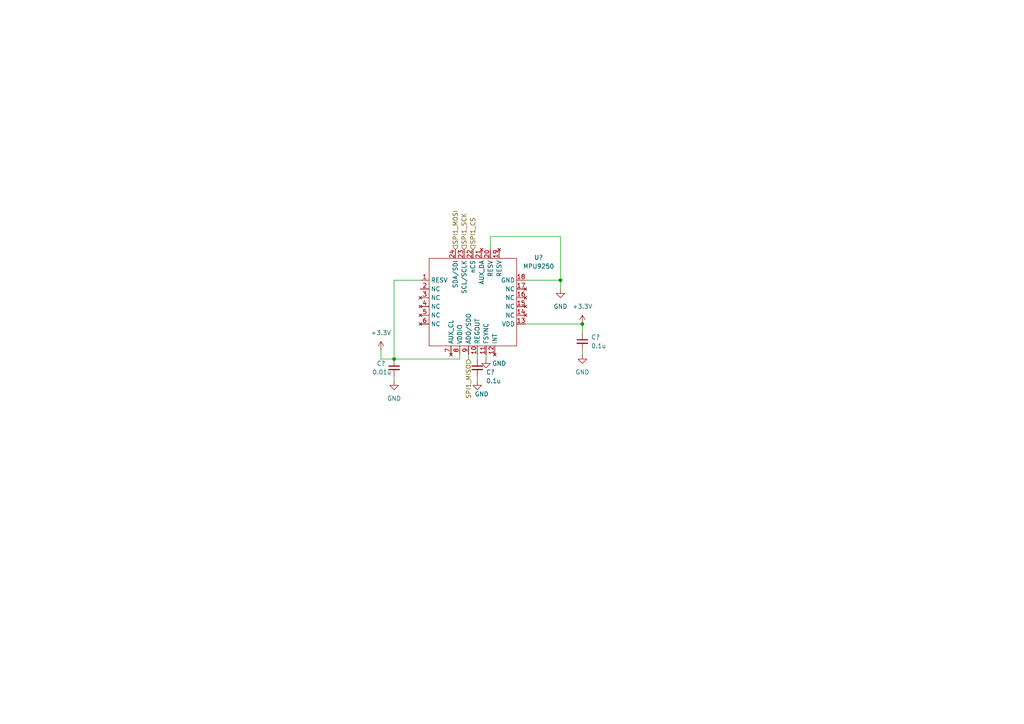
<source format=kicad_sch>
(kicad_sch (version 20211123) (generator eeschema)
  (paper "A4")
  (lib_symbols
    (symbol "Device:C_Small" (pin_numbers hide) (pin_names (offset 0.254) hide)
      (property "Reference" "C" (at 0.254 1.778 0))
      (property "Value" "C_Small" (at 0.254 -2.032 0))
      (symbol "C_Small_0_1"
        (polyline (pts (xy -1.524 -0.508) (xy 1.524 -0.508)) (stroke (width 0.3302)))
        (polyline (pts (xy -1.524 0.508) (xy 1.524 0.508)) (stroke (width 0.3048)))
      )
      (symbol "C_Small_1_1"
        (pin passive line (at 0 2.54 270) (length 2.032) (name "~") (number "1"))
        (pin passive line (at 0 -2.54 90) (length 2.032) (name "~") (number "2"))
      )
    )
    (symbol "My_Device:MPU9250"
      (property "Reference" "U" (at 1.27 -13.97 0))
      (property "Value" "MPU9250" (at 0 -16.51 0))
      (symbol "MPU9250_0_1"
        (polyline (pts (xy -12.7 -3.81) (xy 12.7 -3.81) (xy 12.7 -29.21) (xy -12.7 -29.21) (xy -12.7 -3.81)))
      )
      (symbol "MPU9250_1_1"
        (pin input line (at -15.24 -10.16 0) (length 2.54) (name "RESV") (number "1"))
        (pin input line (at 1.27 -31.75 90) (length 2.54) (name "REGOUT") (number "10"))
        (pin input line (at 3.81 -31.75 90) (length 2.54) (name "FSYNC") (number "11"))
        (pin no_connect line (at 6.35 -31.75 90) (length 2.54) (name "INT") (number "12"))
        (pin input line (at 15.24 -22.86 180) (length 2.54) (name "VDD") (number "13"))
        (pin no_connect line (at 15.24 -20.32 180) (length 2.54) (name "NC") (number "14"))
        (pin no_connect line (at 15.24 -17.78 180) (length 2.54) (name "NC") (number "15"))
        (pin no_connect line (at 15.24 -15.24 180) (length 2.54) (name "NC") (number "16"))
        (pin no_connect line (at 15.24 -12.7 180) (length 2.54) (name "NC") (number "17"))
        (pin input line (at 15.24 -10.16 180) (length 2.54) (name "GND") (number "18"))
        (pin no_connect line (at 7.62 -1.27 270) (length 2.54) (name "RESV") (number "19"))
        (pin input line (at -15.24 -12.7 0) (length 2.54) (name "NC") (number "2"))
        (pin input line (at 5.08 -1.27 270) (length 2.54) (name "RESV") (number "20"))
        (pin no_connect line (at 2.54 -1.27 270) (length 2.54) (name "AUX_DA") (number "21"))
        (pin input line (at 0 -1.27 270) (length 2.54) (name "nCS") (number "22"))
        (pin input line (at -2.54 -1.27 270) (length 2.54) (name "SCL/SCLK") (number "23"))
        (pin input line (at -5.08 -1.27 270) (length 2.54) (name "SDA/SDI") (number "24"))
        (pin no_connect line (at -15.24 -15.24 0) (length 2.54) (name "NC") (number "3"))
        (pin no_connect line (at -15.24 -17.78 0) (length 2.54) (name "NC") (number "4"))
        (pin no_connect line (at -15.24 -20.32 0) (length 2.54) (name "NC") (number "5"))
        (pin no_connect line (at -15.24 -22.86 0) (length 2.54) (name "NC") (number "6"))
        (pin no_connect line (at -6.35 -31.75 90) (length 2.54) (name "AUX_CL") (number "7"))
        (pin input line (at -3.81 -31.75 90) (length 2.54) (name "VDDIO") (number "8"))
        (pin input line (at -1.27 -31.75 90) (length 2.54) (name "ADO/SDO") (number "9"))
      )
    )
    (symbol "power:+3.3V" (power) (pin_names (offset 0))
      (property "Value" "+3.3V" (at 0 3.556 0))
      (symbol "+3.3V_0_1"
        (polyline (pts (xy -0.762 1.27) (xy 0 2.54)))
        (polyline (pts (xy 0 0) (xy 0 2.54)))
        (polyline (pts (xy 0 2.54) (xy 0.762 1.27)))
      )
      (symbol "+3.3V_1_1"
        (pin power_in line (at 0 0 90) (length 0) hide (name "+3.3V") (number "1"))
      )
    )
    (symbol "power:GND" (power) (pin_names (offset 0))
      (property "Value" "GND" (at 0 -3.81 0))
      (symbol "GND_0_1"
        (polyline (pts (xy 0 0) (xy 0 -1.27) (xy 1.27 -1.27) (xy 0 -2.54) (xy -1.27 -1.27) (xy 0 -1.27)))
      )
      (symbol "GND_1_1"
        (pin power_in line (at 0 0 270) (length 0) hide (name "GND") (number "1"))
      )
    )
  )
  (junction (at 162.56 81.28))
  (junction (at 114.3 104.14))
  (junction (at 168.91 93.98))
  (wire (pts (xy 152.4 93.98) (xy 168.91 93.98)))
  (wire (pts (xy 114.3 81.28) (xy 114.3 104.14)))
  (wire (pts (xy 110.49 104.14) (xy 114.3 104.14)))
  (wire (pts (xy 142.24 68.58) (xy 162.56 68.58)))
  (wire (pts (xy 110.49 101.6) (xy 110.49 104.14)))
  (wire (pts (xy 152.4 81.28) (xy 162.56 81.28)))
  (wire (pts (xy 168.91 101.6) (xy 168.91 102.87)))
  (wire (pts (xy 138.43 109.22) (xy 138.43 110.49)))
  (wire (pts (xy 162.56 81.28) (xy 162.56 83.82)))
  (wire (pts (xy 121.92 81.28) (xy 114.3 81.28)))
  (wire (pts (xy 142.24 72.39) (xy 142.24 68.58)))
  (wire (pts (xy 114.3 109.22) (xy 114.3 110.49)))
  (wire (pts (xy 138.43 102.87) (xy 138.43 104.14)))
  (wire (pts (xy 135.89 102.87) (xy 135.89 104.14)))
  (wire (pts (xy 133.35 102.87) (xy 133.35 104.14)))
  (wire (pts (xy 162.56 68.58) (xy 162.56 81.28)))
  (wire (pts (xy 168.91 93.98) (xy 168.91 96.52)))
  (wire (pts (xy 140.97 102.87) (xy 140.97 104.14)))
  (wire (pts (xy 114.3 104.14) (xy 133.35 104.14)))
  (hierarchical_label "SPI1_MISO" (shape input) (at 135.89 104.14 270))
  (hierarchical_label "SPI1_CS" (shape input) (at 137.16 72.39 90))
  (hierarchical_label "SPI1_SCK" (shape input) (at 134.62 72.39 90))
  (hierarchical_label "SPI1_MOSI" (shape input) (at 132.08 72.39 90))
  (symbol (lib_id "power:GND") (at 138.43 110.49 0) (unit 1)
    (property "Reference" "#PWR?" (effects hide))
    (property "Value" "GND" (at 139.7 114.3 0))
  )
  (symbol (lib_id "power:GND") (at 168.91 102.87 0) (unit 1)
    (property "Reference" "#PWR?" (effects hide))
    (property "Value" "GND" (at 168.91 107.95 0))
  )
  (symbol (lib_id "Device:C_Small") (at 168.91 99.06 0) (unit 1)
    (property "Reference" "C?" (at 171.45 97.7962 0) (effects (justify left)))
    (property "Value" "0.1u" (at 171.45 100.3362 0) (effects (justify left)))
  )
  (symbol (lib_id "power:+3.3V") (at 168.91 93.98 0) (unit 1)
    (property "Reference" "#PWR?" (effects hide))
    (property "Value" "+3.3V" (at 168.91 88.9 0))
  )
  (symbol (lib_id "power:GND") (at 162.56 83.82 0) (unit 1)
    (property "Reference" "#PWR?" (effects hide))
    (property "Value" "GND" (at 162.56 88.9 0))
  )
  (symbol (lib_id "power:+3.3V") (at 110.49 101.6 0) (unit 1)
    (property "Reference" "#PWR?" (effects hide))
    (property "Value" "+3.3V" (at 110.49 96.52 0))
  )
  (symbol (lib_id "Device:C_Small") (at 114.3 106.68 0) (unit 1)
    (property "Reference" "C?" (at 109.22 105.41 0) (effects (justify left)))
    (property "Value" "0.01u" (at 107.95 107.95 0) (effects (justify left)))
  )
  (symbol (lib_id "My_Device:MPU9250") (at 137.16 71.12 0) (unit 1)
    (property "Reference" "U?" (at 156.21 74.7012 0))
    (property "Value" "MPU9250" (at 156.21 77.2412 0))
  )
  (symbol (lib_id "power:GND") (at 114.3 110.49 0) (unit 1)
    (property "Reference" "#PWR?" (effects hide))
    (property "Value" "GND" (at 114.3 115.57 0))
  )
  (symbol (lib_id "power:GND") (at 140.97 104.14 0) (unit 1)
    (property "Reference" "#PWR?" (effects hide))
    (property "Value" "GND" (at 144.78 105.41 0))
  )
  (symbol (lib_id "Device:C_Small") (at 138.43 106.68 0) (unit 1)
    (property "Reference" "C?" (at 140.97 107.95 0) (effects (justify left)))
    (property "Value" "0.1u" (at 140.97 110.49 0) (effects (justify left)))
  )
)
</source>
